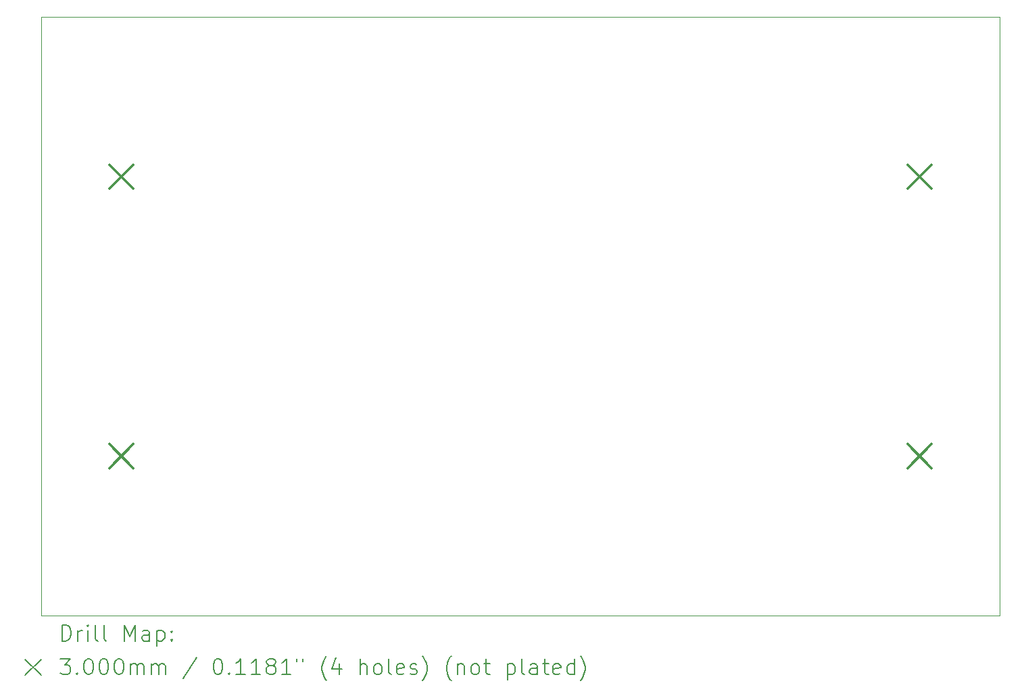
<source format=gbr>
%TF.GenerationSoftware,KiCad,Pcbnew,7.0.8*%
%TF.CreationDate,2024-02-11T23:31:42+01:00*%
%TF.ProjectId,BlankingRelay_Base,426c616e-6b69-46e6-9752-656c61795f42,rev?*%
%TF.SameCoordinates,Original*%
%TF.FileFunction,Drillmap*%
%TF.FilePolarity,Positive*%
%FSLAX45Y45*%
G04 Gerber Fmt 4.5, Leading zero omitted, Abs format (unit mm)*
G04 Created by KiCad (PCBNEW 7.0.8) date 2024-02-11 23:31:42*
%MOMM*%
%LPD*%
G01*
G04 APERTURE LIST*
%ADD10C,0.100000*%
%ADD11C,0.200000*%
%ADD12C,0.300000*%
G04 APERTURE END LIST*
D10*
X5000000Y-5000000D02*
X17000000Y-5000000D01*
X17000000Y-12500000D01*
X5000000Y-12500000D01*
X5000000Y-5000000D01*
D11*
D12*
X5850000Y-6850000D02*
X6150000Y-7150000D01*
X6150000Y-6850000D02*
X5850000Y-7150000D01*
X5850000Y-10350000D02*
X6150000Y-10650000D01*
X6150000Y-10350000D02*
X5850000Y-10650000D01*
X15850000Y-6850000D02*
X16150000Y-7150000D01*
X16150000Y-6850000D02*
X15850000Y-7150000D01*
X15850000Y-10350000D02*
X16150000Y-10650000D01*
X16150000Y-10350000D02*
X15850000Y-10650000D01*
D11*
X5255777Y-12816484D02*
X5255777Y-12616484D01*
X5255777Y-12616484D02*
X5303396Y-12616484D01*
X5303396Y-12616484D02*
X5331967Y-12626008D01*
X5331967Y-12626008D02*
X5351015Y-12645055D01*
X5351015Y-12645055D02*
X5360539Y-12664103D01*
X5360539Y-12664103D02*
X5370063Y-12702198D01*
X5370063Y-12702198D02*
X5370063Y-12730769D01*
X5370063Y-12730769D02*
X5360539Y-12768865D01*
X5360539Y-12768865D02*
X5351015Y-12787912D01*
X5351015Y-12787912D02*
X5331967Y-12806960D01*
X5331967Y-12806960D02*
X5303396Y-12816484D01*
X5303396Y-12816484D02*
X5255777Y-12816484D01*
X5455777Y-12816484D02*
X5455777Y-12683150D01*
X5455777Y-12721246D02*
X5465301Y-12702198D01*
X5465301Y-12702198D02*
X5474824Y-12692674D01*
X5474824Y-12692674D02*
X5493872Y-12683150D01*
X5493872Y-12683150D02*
X5512920Y-12683150D01*
X5579586Y-12816484D02*
X5579586Y-12683150D01*
X5579586Y-12616484D02*
X5570063Y-12626008D01*
X5570063Y-12626008D02*
X5579586Y-12635531D01*
X5579586Y-12635531D02*
X5589110Y-12626008D01*
X5589110Y-12626008D02*
X5579586Y-12616484D01*
X5579586Y-12616484D02*
X5579586Y-12635531D01*
X5703396Y-12816484D02*
X5684348Y-12806960D01*
X5684348Y-12806960D02*
X5674824Y-12787912D01*
X5674824Y-12787912D02*
X5674824Y-12616484D01*
X5808158Y-12816484D02*
X5789110Y-12806960D01*
X5789110Y-12806960D02*
X5779586Y-12787912D01*
X5779586Y-12787912D02*
X5779586Y-12616484D01*
X6036729Y-12816484D02*
X6036729Y-12616484D01*
X6036729Y-12616484D02*
X6103396Y-12759341D01*
X6103396Y-12759341D02*
X6170062Y-12616484D01*
X6170062Y-12616484D02*
X6170062Y-12816484D01*
X6351015Y-12816484D02*
X6351015Y-12711722D01*
X6351015Y-12711722D02*
X6341491Y-12692674D01*
X6341491Y-12692674D02*
X6322443Y-12683150D01*
X6322443Y-12683150D02*
X6284348Y-12683150D01*
X6284348Y-12683150D02*
X6265301Y-12692674D01*
X6351015Y-12806960D02*
X6331967Y-12816484D01*
X6331967Y-12816484D02*
X6284348Y-12816484D01*
X6284348Y-12816484D02*
X6265301Y-12806960D01*
X6265301Y-12806960D02*
X6255777Y-12787912D01*
X6255777Y-12787912D02*
X6255777Y-12768865D01*
X6255777Y-12768865D02*
X6265301Y-12749817D01*
X6265301Y-12749817D02*
X6284348Y-12740293D01*
X6284348Y-12740293D02*
X6331967Y-12740293D01*
X6331967Y-12740293D02*
X6351015Y-12730769D01*
X6446253Y-12683150D02*
X6446253Y-12883150D01*
X6446253Y-12692674D02*
X6465301Y-12683150D01*
X6465301Y-12683150D02*
X6503396Y-12683150D01*
X6503396Y-12683150D02*
X6522443Y-12692674D01*
X6522443Y-12692674D02*
X6531967Y-12702198D01*
X6531967Y-12702198D02*
X6541491Y-12721246D01*
X6541491Y-12721246D02*
X6541491Y-12778388D01*
X6541491Y-12778388D02*
X6531967Y-12797436D01*
X6531967Y-12797436D02*
X6522443Y-12806960D01*
X6522443Y-12806960D02*
X6503396Y-12816484D01*
X6503396Y-12816484D02*
X6465301Y-12816484D01*
X6465301Y-12816484D02*
X6446253Y-12806960D01*
X6627205Y-12797436D02*
X6636729Y-12806960D01*
X6636729Y-12806960D02*
X6627205Y-12816484D01*
X6627205Y-12816484D02*
X6617682Y-12806960D01*
X6617682Y-12806960D02*
X6627205Y-12797436D01*
X6627205Y-12797436D02*
X6627205Y-12816484D01*
X6627205Y-12692674D02*
X6636729Y-12702198D01*
X6636729Y-12702198D02*
X6627205Y-12711722D01*
X6627205Y-12711722D02*
X6617682Y-12702198D01*
X6617682Y-12702198D02*
X6627205Y-12692674D01*
X6627205Y-12692674D02*
X6627205Y-12711722D01*
X4795000Y-13045000D02*
X4995000Y-13245000D01*
X4995000Y-13045000D02*
X4795000Y-13245000D01*
X5236729Y-13036484D02*
X5360539Y-13036484D01*
X5360539Y-13036484D02*
X5293872Y-13112674D01*
X5293872Y-13112674D02*
X5322444Y-13112674D01*
X5322444Y-13112674D02*
X5341491Y-13122198D01*
X5341491Y-13122198D02*
X5351015Y-13131722D01*
X5351015Y-13131722D02*
X5360539Y-13150769D01*
X5360539Y-13150769D02*
X5360539Y-13198388D01*
X5360539Y-13198388D02*
X5351015Y-13217436D01*
X5351015Y-13217436D02*
X5341491Y-13226960D01*
X5341491Y-13226960D02*
X5322444Y-13236484D01*
X5322444Y-13236484D02*
X5265301Y-13236484D01*
X5265301Y-13236484D02*
X5246253Y-13226960D01*
X5246253Y-13226960D02*
X5236729Y-13217436D01*
X5446253Y-13217436D02*
X5455777Y-13226960D01*
X5455777Y-13226960D02*
X5446253Y-13236484D01*
X5446253Y-13236484D02*
X5436729Y-13226960D01*
X5436729Y-13226960D02*
X5446253Y-13217436D01*
X5446253Y-13217436D02*
X5446253Y-13236484D01*
X5579586Y-13036484D02*
X5598634Y-13036484D01*
X5598634Y-13036484D02*
X5617682Y-13046008D01*
X5617682Y-13046008D02*
X5627205Y-13055531D01*
X5627205Y-13055531D02*
X5636729Y-13074579D01*
X5636729Y-13074579D02*
X5646253Y-13112674D01*
X5646253Y-13112674D02*
X5646253Y-13160293D01*
X5646253Y-13160293D02*
X5636729Y-13198388D01*
X5636729Y-13198388D02*
X5627205Y-13217436D01*
X5627205Y-13217436D02*
X5617682Y-13226960D01*
X5617682Y-13226960D02*
X5598634Y-13236484D01*
X5598634Y-13236484D02*
X5579586Y-13236484D01*
X5579586Y-13236484D02*
X5560539Y-13226960D01*
X5560539Y-13226960D02*
X5551015Y-13217436D01*
X5551015Y-13217436D02*
X5541491Y-13198388D01*
X5541491Y-13198388D02*
X5531967Y-13160293D01*
X5531967Y-13160293D02*
X5531967Y-13112674D01*
X5531967Y-13112674D02*
X5541491Y-13074579D01*
X5541491Y-13074579D02*
X5551015Y-13055531D01*
X5551015Y-13055531D02*
X5560539Y-13046008D01*
X5560539Y-13046008D02*
X5579586Y-13036484D01*
X5770062Y-13036484D02*
X5789110Y-13036484D01*
X5789110Y-13036484D02*
X5808158Y-13046008D01*
X5808158Y-13046008D02*
X5817682Y-13055531D01*
X5817682Y-13055531D02*
X5827205Y-13074579D01*
X5827205Y-13074579D02*
X5836729Y-13112674D01*
X5836729Y-13112674D02*
X5836729Y-13160293D01*
X5836729Y-13160293D02*
X5827205Y-13198388D01*
X5827205Y-13198388D02*
X5817682Y-13217436D01*
X5817682Y-13217436D02*
X5808158Y-13226960D01*
X5808158Y-13226960D02*
X5789110Y-13236484D01*
X5789110Y-13236484D02*
X5770062Y-13236484D01*
X5770062Y-13236484D02*
X5751015Y-13226960D01*
X5751015Y-13226960D02*
X5741491Y-13217436D01*
X5741491Y-13217436D02*
X5731967Y-13198388D01*
X5731967Y-13198388D02*
X5722443Y-13160293D01*
X5722443Y-13160293D02*
X5722443Y-13112674D01*
X5722443Y-13112674D02*
X5731967Y-13074579D01*
X5731967Y-13074579D02*
X5741491Y-13055531D01*
X5741491Y-13055531D02*
X5751015Y-13046008D01*
X5751015Y-13046008D02*
X5770062Y-13036484D01*
X5960539Y-13036484D02*
X5979586Y-13036484D01*
X5979586Y-13036484D02*
X5998634Y-13046008D01*
X5998634Y-13046008D02*
X6008158Y-13055531D01*
X6008158Y-13055531D02*
X6017682Y-13074579D01*
X6017682Y-13074579D02*
X6027205Y-13112674D01*
X6027205Y-13112674D02*
X6027205Y-13160293D01*
X6027205Y-13160293D02*
X6017682Y-13198388D01*
X6017682Y-13198388D02*
X6008158Y-13217436D01*
X6008158Y-13217436D02*
X5998634Y-13226960D01*
X5998634Y-13226960D02*
X5979586Y-13236484D01*
X5979586Y-13236484D02*
X5960539Y-13236484D01*
X5960539Y-13236484D02*
X5941491Y-13226960D01*
X5941491Y-13226960D02*
X5931967Y-13217436D01*
X5931967Y-13217436D02*
X5922443Y-13198388D01*
X5922443Y-13198388D02*
X5912920Y-13160293D01*
X5912920Y-13160293D02*
X5912920Y-13112674D01*
X5912920Y-13112674D02*
X5922443Y-13074579D01*
X5922443Y-13074579D02*
X5931967Y-13055531D01*
X5931967Y-13055531D02*
X5941491Y-13046008D01*
X5941491Y-13046008D02*
X5960539Y-13036484D01*
X6112920Y-13236484D02*
X6112920Y-13103150D01*
X6112920Y-13122198D02*
X6122443Y-13112674D01*
X6122443Y-13112674D02*
X6141491Y-13103150D01*
X6141491Y-13103150D02*
X6170063Y-13103150D01*
X6170063Y-13103150D02*
X6189110Y-13112674D01*
X6189110Y-13112674D02*
X6198634Y-13131722D01*
X6198634Y-13131722D02*
X6198634Y-13236484D01*
X6198634Y-13131722D02*
X6208158Y-13112674D01*
X6208158Y-13112674D02*
X6227205Y-13103150D01*
X6227205Y-13103150D02*
X6255777Y-13103150D01*
X6255777Y-13103150D02*
X6274824Y-13112674D01*
X6274824Y-13112674D02*
X6284348Y-13131722D01*
X6284348Y-13131722D02*
X6284348Y-13236484D01*
X6379586Y-13236484D02*
X6379586Y-13103150D01*
X6379586Y-13122198D02*
X6389110Y-13112674D01*
X6389110Y-13112674D02*
X6408158Y-13103150D01*
X6408158Y-13103150D02*
X6436729Y-13103150D01*
X6436729Y-13103150D02*
X6455777Y-13112674D01*
X6455777Y-13112674D02*
X6465301Y-13131722D01*
X6465301Y-13131722D02*
X6465301Y-13236484D01*
X6465301Y-13131722D02*
X6474824Y-13112674D01*
X6474824Y-13112674D02*
X6493872Y-13103150D01*
X6493872Y-13103150D02*
X6522443Y-13103150D01*
X6522443Y-13103150D02*
X6541491Y-13112674D01*
X6541491Y-13112674D02*
X6551015Y-13131722D01*
X6551015Y-13131722D02*
X6551015Y-13236484D01*
X6941491Y-13026960D02*
X6770063Y-13284103D01*
X7198634Y-13036484D02*
X7217682Y-13036484D01*
X7217682Y-13036484D02*
X7236729Y-13046008D01*
X7236729Y-13046008D02*
X7246253Y-13055531D01*
X7246253Y-13055531D02*
X7255777Y-13074579D01*
X7255777Y-13074579D02*
X7265301Y-13112674D01*
X7265301Y-13112674D02*
X7265301Y-13160293D01*
X7265301Y-13160293D02*
X7255777Y-13198388D01*
X7255777Y-13198388D02*
X7246253Y-13217436D01*
X7246253Y-13217436D02*
X7236729Y-13226960D01*
X7236729Y-13226960D02*
X7217682Y-13236484D01*
X7217682Y-13236484D02*
X7198634Y-13236484D01*
X7198634Y-13236484D02*
X7179586Y-13226960D01*
X7179586Y-13226960D02*
X7170063Y-13217436D01*
X7170063Y-13217436D02*
X7160539Y-13198388D01*
X7160539Y-13198388D02*
X7151015Y-13160293D01*
X7151015Y-13160293D02*
X7151015Y-13112674D01*
X7151015Y-13112674D02*
X7160539Y-13074579D01*
X7160539Y-13074579D02*
X7170063Y-13055531D01*
X7170063Y-13055531D02*
X7179586Y-13046008D01*
X7179586Y-13046008D02*
X7198634Y-13036484D01*
X7351015Y-13217436D02*
X7360539Y-13226960D01*
X7360539Y-13226960D02*
X7351015Y-13236484D01*
X7351015Y-13236484D02*
X7341491Y-13226960D01*
X7341491Y-13226960D02*
X7351015Y-13217436D01*
X7351015Y-13217436D02*
X7351015Y-13236484D01*
X7551015Y-13236484D02*
X7436729Y-13236484D01*
X7493872Y-13236484D02*
X7493872Y-13036484D01*
X7493872Y-13036484D02*
X7474825Y-13065055D01*
X7474825Y-13065055D02*
X7455777Y-13084103D01*
X7455777Y-13084103D02*
X7436729Y-13093627D01*
X7741491Y-13236484D02*
X7627206Y-13236484D01*
X7684348Y-13236484D02*
X7684348Y-13036484D01*
X7684348Y-13036484D02*
X7665301Y-13065055D01*
X7665301Y-13065055D02*
X7646253Y-13084103D01*
X7646253Y-13084103D02*
X7627206Y-13093627D01*
X7855777Y-13122198D02*
X7836729Y-13112674D01*
X7836729Y-13112674D02*
X7827206Y-13103150D01*
X7827206Y-13103150D02*
X7817682Y-13084103D01*
X7817682Y-13084103D02*
X7817682Y-13074579D01*
X7817682Y-13074579D02*
X7827206Y-13055531D01*
X7827206Y-13055531D02*
X7836729Y-13046008D01*
X7836729Y-13046008D02*
X7855777Y-13036484D01*
X7855777Y-13036484D02*
X7893872Y-13036484D01*
X7893872Y-13036484D02*
X7912920Y-13046008D01*
X7912920Y-13046008D02*
X7922444Y-13055531D01*
X7922444Y-13055531D02*
X7931967Y-13074579D01*
X7931967Y-13074579D02*
X7931967Y-13084103D01*
X7931967Y-13084103D02*
X7922444Y-13103150D01*
X7922444Y-13103150D02*
X7912920Y-13112674D01*
X7912920Y-13112674D02*
X7893872Y-13122198D01*
X7893872Y-13122198D02*
X7855777Y-13122198D01*
X7855777Y-13122198D02*
X7836729Y-13131722D01*
X7836729Y-13131722D02*
X7827206Y-13141246D01*
X7827206Y-13141246D02*
X7817682Y-13160293D01*
X7817682Y-13160293D02*
X7817682Y-13198388D01*
X7817682Y-13198388D02*
X7827206Y-13217436D01*
X7827206Y-13217436D02*
X7836729Y-13226960D01*
X7836729Y-13226960D02*
X7855777Y-13236484D01*
X7855777Y-13236484D02*
X7893872Y-13236484D01*
X7893872Y-13236484D02*
X7912920Y-13226960D01*
X7912920Y-13226960D02*
X7922444Y-13217436D01*
X7922444Y-13217436D02*
X7931967Y-13198388D01*
X7931967Y-13198388D02*
X7931967Y-13160293D01*
X7931967Y-13160293D02*
X7922444Y-13141246D01*
X7922444Y-13141246D02*
X7912920Y-13131722D01*
X7912920Y-13131722D02*
X7893872Y-13122198D01*
X8122444Y-13236484D02*
X8008158Y-13236484D01*
X8065301Y-13236484D02*
X8065301Y-13036484D01*
X8065301Y-13036484D02*
X8046253Y-13065055D01*
X8046253Y-13065055D02*
X8027206Y-13084103D01*
X8027206Y-13084103D02*
X8008158Y-13093627D01*
X8198634Y-13036484D02*
X8198634Y-13074579D01*
X8274825Y-13036484D02*
X8274825Y-13074579D01*
X8570063Y-13312674D02*
X8560539Y-13303150D01*
X8560539Y-13303150D02*
X8541491Y-13274579D01*
X8541491Y-13274579D02*
X8531968Y-13255531D01*
X8531968Y-13255531D02*
X8522444Y-13226960D01*
X8522444Y-13226960D02*
X8512920Y-13179341D01*
X8512920Y-13179341D02*
X8512920Y-13141246D01*
X8512920Y-13141246D02*
X8522444Y-13093627D01*
X8522444Y-13093627D02*
X8531968Y-13065055D01*
X8531968Y-13065055D02*
X8541491Y-13046008D01*
X8541491Y-13046008D02*
X8560539Y-13017436D01*
X8560539Y-13017436D02*
X8570063Y-13007912D01*
X8731968Y-13103150D02*
X8731968Y-13236484D01*
X8684349Y-13026960D02*
X8636730Y-13169817D01*
X8636730Y-13169817D02*
X8760539Y-13169817D01*
X8989111Y-13236484D02*
X8989111Y-13036484D01*
X9074825Y-13236484D02*
X9074825Y-13131722D01*
X9074825Y-13131722D02*
X9065301Y-13112674D01*
X9065301Y-13112674D02*
X9046253Y-13103150D01*
X9046253Y-13103150D02*
X9017682Y-13103150D01*
X9017682Y-13103150D02*
X8998634Y-13112674D01*
X8998634Y-13112674D02*
X8989111Y-13122198D01*
X9198634Y-13236484D02*
X9179587Y-13226960D01*
X9179587Y-13226960D02*
X9170063Y-13217436D01*
X9170063Y-13217436D02*
X9160539Y-13198388D01*
X9160539Y-13198388D02*
X9160539Y-13141246D01*
X9160539Y-13141246D02*
X9170063Y-13122198D01*
X9170063Y-13122198D02*
X9179587Y-13112674D01*
X9179587Y-13112674D02*
X9198634Y-13103150D01*
X9198634Y-13103150D02*
X9227206Y-13103150D01*
X9227206Y-13103150D02*
X9246253Y-13112674D01*
X9246253Y-13112674D02*
X9255777Y-13122198D01*
X9255777Y-13122198D02*
X9265301Y-13141246D01*
X9265301Y-13141246D02*
X9265301Y-13198388D01*
X9265301Y-13198388D02*
X9255777Y-13217436D01*
X9255777Y-13217436D02*
X9246253Y-13226960D01*
X9246253Y-13226960D02*
X9227206Y-13236484D01*
X9227206Y-13236484D02*
X9198634Y-13236484D01*
X9379587Y-13236484D02*
X9360539Y-13226960D01*
X9360539Y-13226960D02*
X9351015Y-13207912D01*
X9351015Y-13207912D02*
X9351015Y-13036484D01*
X9531968Y-13226960D02*
X9512920Y-13236484D01*
X9512920Y-13236484D02*
X9474825Y-13236484D01*
X9474825Y-13236484D02*
X9455777Y-13226960D01*
X9455777Y-13226960D02*
X9446253Y-13207912D01*
X9446253Y-13207912D02*
X9446253Y-13131722D01*
X9446253Y-13131722D02*
X9455777Y-13112674D01*
X9455777Y-13112674D02*
X9474825Y-13103150D01*
X9474825Y-13103150D02*
X9512920Y-13103150D01*
X9512920Y-13103150D02*
X9531968Y-13112674D01*
X9531968Y-13112674D02*
X9541492Y-13131722D01*
X9541492Y-13131722D02*
X9541492Y-13150769D01*
X9541492Y-13150769D02*
X9446253Y-13169817D01*
X9617682Y-13226960D02*
X9636730Y-13236484D01*
X9636730Y-13236484D02*
X9674825Y-13236484D01*
X9674825Y-13236484D02*
X9693873Y-13226960D01*
X9693873Y-13226960D02*
X9703396Y-13207912D01*
X9703396Y-13207912D02*
X9703396Y-13198388D01*
X9703396Y-13198388D02*
X9693873Y-13179341D01*
X9693873Y-13179341D02*
X9674825Y-13169817D01*
X9674825Y-13169817D02*
X9646253Y-13169817D01*
X9646253Y-13169817D02*
X9627206Y-13160293D01*
X9627206Y-13160293D02*
X9617682Y-13141246D01*
X9617682Y-13141246D02*
X9617682Y-13131722D01*
X9617682Y-13131722D02*
X9627206Y-13112674D01*
X9627206Y-13112674D02*
X9646253Y-13103150D01*
X9646253Y-13103150D02*
X9674825Y-13103150D01*
X9674825Y-13103150D02*
X9693873Y-13112674D01*
X9770063Y-13312674D02*
X9779587Y-13303150D01*
X9779587Y-13303150D02*
X9798634Y-13274579D01*
X9798634Y-13274579D02*
X9808158Y-13255531D01*
X9808158Y-13255531D02*
X9817682Y-13226960D01*
X9817682Y-13226960D02*
X9827206Y-13179341D01*
X9827206Y-13179341D02*
X9827206Y-13141246D01*
X9827206Y-13141246D02*
X9817682Y-13093627D01*
X9817682Y-13093627D02*
X9808158Y-13065055D01*
X9808158Y-13065055D02*
X9798634Y-13046008D01*
X9798634Y-13046008D02*
X9779587Y-13017436D01*
X9779587Y-13017436D02*
X9770063Y-13007912D01*
X10131968Y-13312674D02*
X10122444Y-13303150D01*
X10122444Y-13303150D02*
X10103396Y-13274579D01*
X10103396Y-13274579D02*
X10093873Y-13255531D01*
X10093873Y-13255531D02*
X10084349Y-13226960D01*
X10084349Y-13226960D02*
X10074825Y-13179341D01*
X10074825Y-13179341D02*
X10074825Y-13141246D01*
X10074825Y-13141246D02*
X10084349Y-13093627D01*
X10084349Y-13093627D02*
X10093873Y-13065055D01*
X10093873Y-13065055D02*
X10103396Y-13046008D01*
X10103396Y-13046008D02*
X10122444Y-13017436D01*
X10122444Y-13017436D02*
X10131968Y-13007912D01*
X10208158Y-13103150D02*
X10208158Y-13236484D01*
X10208158Y-13122198D02*
X10217682Y-13112674D01*
X10217682Y-13112674D02*
X10236730Y-13103150D01*
X10236730Y-13103150D02*
X10265301Y-13103150D01*
X10265301Y-13103150D02*
X10284349Y-13112674D01*
X10284349Y-13112674D02*
X10293873Y-13131722D01*
X10293873Y-13131722D02*
X10293873Y-13236484D01*
X10417682Y-13236484D02*
X10398634Y-13226960D01*
X10398634Y-13226960D02*
X10389111Y-13217436D01*
X10389111Y-13217436D02*
X10379587Y-13198388D01*
X10379587Y-13198388D02*
X10379587Y-13141246D01*
X10379587Y-13141246D02*
X10389111Y-13122198D01*
X10389111Y-13122198D02*
X10398634Y-13112674D01*
X10398634Y-13112674D02*
X10417682Y-13103150D01*
X10417682Y-13103150D02*
X10446254Y-13103150D01*
X10446254Y-13103150D02*
X10465301Y-13112674D01*
X10465301Y-13112674D02*
X10474825Y-13122198D01*
X10474825Y-13122198D02*
X10484349Y-13141246D01*
X10484349Y-13141246D02*
X10484349Y-13198388D01*
X10484349Y-13198388D02*
X10474825Y-13217436D01*
X10474825Y-13217436D02*
X10465301Y-13226960D01*
X10465301Y-13226960D02*
X10446254Y-13236484D01*
X10446254Y-13236484D02*
X10417682Y-13236484D01*
X10541492Y-13103150D02*
X10617682Y-13103150D01*
X10570063Y-13036484D02*
X10570063Y-13207912D01*
X10570063Y-13207912D02*
X10579587Y-13226960D01*
X10579587Y-13226960D02*
X10598634Y-13236484D01*
X10598634Y-13236484D02*
X10617682Y-13236484D01*
X10836730Y-13103150D02*
X10836730Y-13303150D01*
X10836730Y-13112674D02*
X10855777Y-13103150D01*
X10855777Y-13103150D02*
X10893873Y-13103150D01*
X10893873Y-13103150D02*
X10912920Y-13112674D01*
X10912920Y-13112674D02*
X10922444Y-13122198D01*
X10922444Y-13122198D02*
X10931968Y-13141246D01*
X10931968Y-13141246D02*
X10931968Y-13198388D01*
X10931968Y-13198388D02*
X10922444Y-13217436D01*
X10922444Y-13217436D02*
X10912920Y-13226960D01*
X10912920Y-13226960D02*
X10893873Y-13236484D01*
X10893873Y-13236484D02*
X10855777Y-13236484D01*
X10855777Y-13236484D02*
X10836730Y-13226960D01*
X11046254Y-13236484D02*
X11027206Y-13226960D01*
X11027206Y-13226960D02*
X11017682Y-13207912D01*
X11017682Y-13207912D02*
X11017682Y-13036484D01*
X11208158Y-13236484D02*
X11208158Y-13131722D01*
X11208158Y-13131722D02*
X11198634Y-13112674D01*
X11198634Y-13112674D02*
X11179587Y-13103150D01*
X11179587Y-13103150D02*
X11141492Y-13103150D01*
X11141492Y-13103150D02*
X11122444Y-13112674D01*
X11208158Y-13226960D02*
X11189111Y-13236484D01*
X11189111Y-13236484D02*
X11141492Y-13236484D01*
X11141492Y-13236484D02*
X11122444Y-13226960D01*
X11122444Y-13226960D02*
X11112920Y-13207912D01*
X11112920Y-13207912D02*
X11112920Y-13188865D01*
X11112920Y-13188865D02*
X11122444Y-13169817D01*
X11122444Y-13169817D02*
X11141492Y-13160293D01*
X11141492Y-13160293D02*
X11189111Y-13160293D01*
X11189111Y-13160293D02*
X11208158Y-13150769D01*
X11274825Y-13103150D02*
X11351015Y-13103150D01*
X11303396Y-13036484D02*
X11303396Y-13207912D01*
X11303396Y-13207912D02*
X11312920Y-13226960D01*
X11312920Y-13226960D02*
X11331968Y-13236484D01*
X11331968Y-13236484D02*
X11351015Y-13236484D01*
X11493873Y-13226960D02*
X11474825Y-13236484D01*
X11474825Y-13236484D02*
X11436730Y-13236484D01*
X11436730Y-13236484D02*
X11417682Y-13226960D01*
X11417682Y-13226960D02*
X11408158Y-13207912D01*
X11408158Y-13207912D02*
X11408158Y-13131722D01*
X11408158Y-13131722D02*
X11417682Y-13112674D01*
X11417682Y-13112674D02*
X11436730Y-13103150D01*
X11436730Y-13103150D02*
X11474825Y-13103150D01*
X11474825Y-13103150D02*
X11493873Y-13112674D01*
X11493873Y-13112674D02*
X11503396Y-13131722D01*
X11503396Y-13131722D02*
X11503396Y-13150769D01*
X11503396Y-13150769D02*
X11408158Y-13169817D01*
X11674825Y-13236484D02*
X11674825Y-13036484D01*
X11674825Y-13226960D02*
X11655777Y-13236484D01*
X11655777Y-13236484D02*
X11617682Y-13236484D01*
X11617682Y-13236484D02*
X11598634Y-13226960D01*
X11598634Y-13226960D02*
X11589111Y-13217436D01*
X11589111Y-13217436D02*
X11579587Y-13198388D01*
X11579587Y-13198388D02*
X11579587Y-13141246D01*
X11579587Y-13141246D02*
X11589111Y-13122198D01*
X11589111Y-13122198D02*
X11598634Y-13112674D01*
X11598634Y-13112674D02*
X11617682Y-13103150D01*
X11617682Y-13103150D02*
X11655777Y-13103150D01*
X11655777Y-13103150D02*
X11674825Y-13112674D01*
X11751015Y-13312674D02*
X11760539Y-13303150D01*
X11760539Y-13303150D02*
X11779587Y-13274579D01*
X11779587Y-13274579D02*
X11789111Y-13255531D01*
X11789111Y-13255531D02*
X11798634Y-13226960D01*
X11798634Y-13226960D02*
X11808158Y-13179341D01*
X11808158Y-13179341D02*
X11808158Y-13141246D01*
X11808158Y-13141246D02*
X11798634Y-13093627D01*
X11798634Y-13093627D02*
X11789111Y-13065055D01*
X11789111Y-13065055D02*
X11779587Y-13046008D01*
X11779587Y-13046008D02*
X11760539Y-13017436D01*
X11760539Y-13017436D02*
X11751015Y-13007912D01*
M02*

</source>
